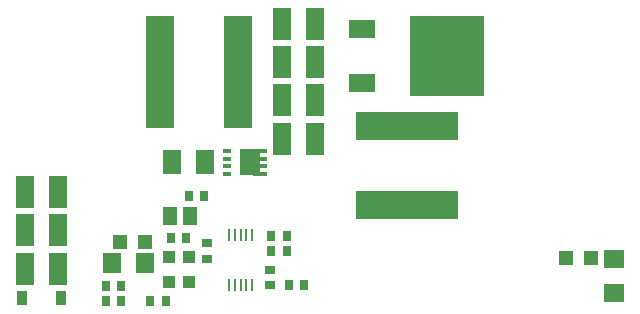
<source format=gtp>
G75*
G70*
%OFA0B0*%
%FSLAX24Y24*%
%IPPOS*%
%LPD*%
%AMOC8*
5,1,8,0,0,1.08239X$1,22.5*
%
%ADD10R,0.0098X0.0394*%
%ADD11R,0.0630X0.1063*%
%ADD12R,0.0433X0.0394*%
%ADD13R,0.0276X0.0354*%
%ADD14R,0.0354X0.0276*%
%ADD15R,0.0512X0.0591*%
%ADD16R,0.0630X0.0787*%
%ADD17R,0.0941X0.3740*%
%ADD18R,0.3429X0.0937*%
%ADD19R,0.2453X0.2654*%
%ADD20R,0.0898X0.0639*%
%ADD21R,0.0315X0.0134*%
%ADD22R,0.0512X0.0134*%
%ADD23R,0.0673X0.0902*%
%ADD24R,0.0358X0.0480*%
%ADD25R,0.0472X0.0472*%
%ADD26R,0.0630X0.0710*%
%ADD27R,0.0710X0.0630*%
D10*
X010775Y005770D03*
X010971Y005770D03*
X011168Y005770D03*
X011365Y005770D03*
X011562Y005770D03*
X011562Y007434D03*
X011365Y007434D03*
X011168Y007434D03*
X010971Y007434D03*
X010775Y007434D03*
D11*
X012536Y010637D03*
X013639Y010637D03*
X013639Y011917D03*
X012536Y011917D03*
X012536Y013197D03*
X013639Y013197D03*
X013639Y014476D03*
X012536Y014476D03*
X005076Y008866D03*
X003973Y008866D03*
X003973Y007586D03*
X005076Y007586D03*
X005076Y006307D03*
X003973Y006307D03*
D12*
X008767Y006700D03*
X009436Y006700D03*
X009436Y005864D03*
X008767Y005864D03*
D13*
X006680Y005224D03*
X007192Y005224D03*
X007192Y005716D03*
X006680Y005716D03*
X008156Y005224D03*
X008668Y005224D03*
X008845Y007340D03*
X009357Y007340D03*
X009436Y008718D03*
X009948Y008718D03*
X012192Y007389D03*
X012192Y006897D03*
X012704Y006897D03*
X012704Y007389D03*
X012782Y005765D03*
X013294Y005765D03*
D14*
X012153Y005756D03*
X012153Y006267D03*
X010036Y006641D03*
X010036Y007153D03*
D15*
X009485Y008078D03*
X008816Y008078D03*
D16*
X008895Y009850D03*
X009997Y009850D03*
D17*
X011099Y012852D03*
X008481Y012852D03*
D18*
X016729Y011061D03*
X016729Y008443D03*
D19*
X018042Y013393D03*
D20*
X015229Y012496D03*
X015229Y014291D03*
D21*
X010725Y010234D03*
X010725Y009978D03*
X010725Y009722D03*
X010725Y009466D03*
D22*
X011808Y009466D03*
X011808Y009722D03*
X011808Y009978D03*
X011808Y010234D03*
D23*
X011471Y009850D03*
D24*
X005168Y005323D03*
X003881Y005323D03*
D25*
X007162Y007193D03*
X007989Y007193D03*
X022025Y006651D03*
X022851Y006651D03*
D26*
X007988Y006504D03*
X006868Y006504D03*
D27*
X023619Y006621D03*
X023619Y005501D03*
M02*

</source>
